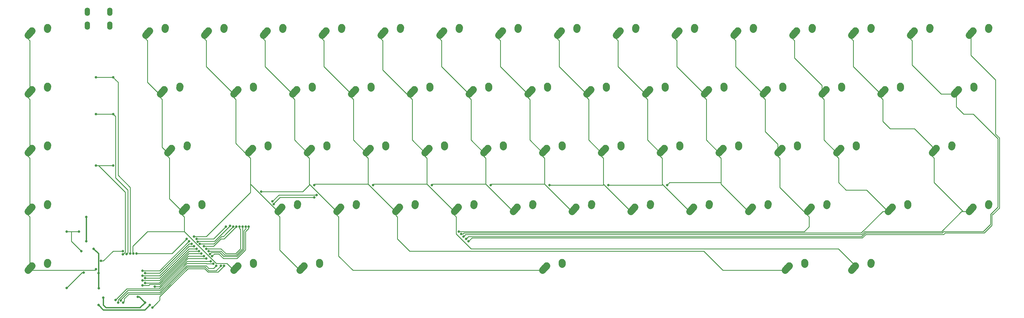
<source format=gtl>
G04 #@! TF.GenerationSoftware,KiCad,Pcbnew,(5.1.0)-1*
G04 #@! TF.CreationDate,2019-03-28T15:14:48-04:00*
G04 #@! TF.ProjectId,pcb-project,7063622d-7072-46f6-9a65-63742e6b6963,rev?*
G04 #@! TF.SameCoordinates,Original*
G04 #@! TF.FileFunction,Copper,L1,Top*
G04 #@! TF.FilePolarity,Positive*
%FSLAX46Y46*%
G04 Gerber Fmt 4.6, Leading zero omitted, Abs format (unit mm)*
G04 Created by KiCad (PCBNEW (5.1.0)-1) date 2019-03-28 15:14:48*
%MOMM*%
%LPD*%
G04 APERTURE LIST*
%ADD10C,2.250000*%
%ADD11C,2.250000*%
%ADD12O,1.700000X2.700000*%
%ADD13C,0.800000*%
%ADD14C,0.381000*%
%ADD15C,0.254000*%
G04 APERTURE END LIST*
D10*
X83482500Y-92047500D03*
D11*
X83462500Y-92337500D02*
X83502500Y-91757500D01*
D10*
X83502500Y-91757500D03*
X77807501Y-93567500D03*
D11*
X77152500Y-94297500D02*
X78462502Y-92837500D01*
D10*
X78462500Y-92837500D03*
X261818750Y-54737500D03*
X261163751Y-55467500D03*
D11*
X260508750Y-56197500D02*
X261818752Y-54737500D01*
D10*
X266858750Y-53657500D03*
X266838750Y-53947500D03*
D11*
X266818750Y-54237500D02*
X266858750Y-53657500D01*
D10*
X90368750Y-54737500D03*
X89713751Y-55467500D03*
D11*
X89058750Y-56197500D02*
X90368752Y-54737500D01*
D10*
X95408750Y-53657500D03*
X95388750Y-53947500D03*
D11*
X95368750Y-54237500D02*
X95408750Y-53657500D01*
D10*
X109418750Y-54737500D03*
X108763751Y-55467500D03*
D11*
X108108750Y-56197500D02*
X109418752Y-54737500D01*
D10*
X114458750Y-53657500D03*
X114438750Y-53947500D03*
D11*
X114418750Y-54237500D02*
X114458750Y-53657500D01*
D10*
X133488750Y-53947500D03*
D11*
X133468750Y-54237500D02*
X133508750Y-53657500D01*
D10*
X133508750Y-53657500D03*
X127813751Y-55467500D03*
D11*
X127158750Y-56197500D02*
X128468752Y-54737500D01*
D10*
X128468750Y-54737500D03*
X152538750Y-53947500D03*
D11*
X152518750Y-54237500D02*
X152558750Y-53657500D01*
D10*
X152558750Y-53657500D03*
X146863751Y-55467500D03*
D11*
X146208750Y-56197500D02*
X147518752Y-54737500D01*
D10*
X147518750Y-54737500D03*
X171588750Y-53947500D03*
D11*
X171568750Y-54237500D02*
X171608750Y-53657500D01*
D10*
X171608750Y-53657500D03*
X165913751Y-55467500D03*
D11*
X165258750Y-56197500D02*
X166568752Y-54737500D01*
D10*
X166568750Y-54737500D03*
X190638750Y-53947500D03*
D11*
X190618750Y-54237500D02*
X190658750Y-53657500D01*
D10*
X190658750Y-53657500D03*
X184963751Y-55467500D03*
D11*
X184308750Y-56197500D02*
X185618752Y-54737500D01*
D10*
X185618750Y-54737500D03*
X209688750Y-53947500D03*
D11*
X209668750Y-54237500D02*
X209708750Y-53657500D01*
D10*
X209708750Y-53657500D03*
X204013751Y-55467500D03*
D11*
X203358750Y-56197500D02*
X204668752Y-54737500D01*
D10*
X204668750Y-54737500D03*
X223718750Y-54737500D03*
X223063751Y-55467500D03*
D11*
X222408750Y-56197500D02*
X223718752Y-54737500D01*
D10*
X228758750Y-53657500D03*
X228738750Y-53947500D03*
D11*
X228718750Y-54237500D02*
X228758750Y-53657500D01*
D10*
X247788750Y-53947500D03*
D11*
X247768750Y-54237500D02*
X247808750Y-53657500D01*
D10*
X247808750Y-53657500D03*
X242113751Y-55467500D03*
D11*
X241458750Y-56197500D02*
X242768752Y-54737500D01*
D10*
X242768750Y-54737500D03*
X204926250Y-130147500D03*
D11*
X204906250Y-130437500D02*
X204946250Y-129857500D01*
D10*
X204946250Y-129857500D03*
X199251251Y-131667500D03*
D11*
X198596250Y-132397500D02*
X199906252Y-130937500D01*
D10*
X199906250Y-130937500D03*
X295413750Y-72997500D03*
D11*
X295393750Y-73287500D02*
X295433750Y-72707500D01*
D10*
X295433750Y-72707500D03*
X289738751Y-74517500D03*
D11*
X289083750Y-75247500D02*
X290393752Y-73787500D01*
D10*
X290393750Y-73787500D03*
X309443750Y-73787500D03*
X308788751Y-74517500D03*
D11*
X308133750Y-75247500D02*
X309443752Y-73787500D01*
D10*
X314483750Y-72707500D03*
X314463750Y-72997500D03*
D11*
X314443750Y-73287500D02*
X314483750Y-72707500D01*
D10*
X343038750Y-53947500D03*
D11*
X343018750Y-54237500D02*
X343058750Y-53657500D01*
D10*
X343058750Y-53657500D03*
X337363751Y-55467500D03*
D11*
X336708750Y-56197500D02*
X338018752Y-54737500D01*
D10*
X338018750Y-54737500D03*
X76338750Y-53947500D03*
D11*
X76318750Y-54237500D02*
X76358750Y-53657500D01*
D10*
X76358750Y-53657500D03*
X70663751Y-55467500D03*
D11*
X70008750Y-56197500D02*
X71318752Y-54737500D01*
D10*
X71318750Y-54737500D03*
X104656250Y-92837500D03*
X104001251Y-93567500D03*
D11*
X103346250Y-94297500D02*
X104656252Y-92837500D01*
D10*
X109696250Y-91757500D03*
X109676250Y-92047500D03*
D11*
X109656250Y-92337500D02*
X109696250Y-91757500D01*
D10*
X278487500Y-130937500D03*
X277832501Y-131667500D03*
D11*
X277177500Y-132397500D02*
X278487502Y-130937500D01*
D10*
X283527500Y-129857500D03*
X283507500Y-130147500D03*
D11*
X283487500Y-130437500D02*
X283527500Y-129857500D01*
D10*
X126345000Y-130147500D03*
D11*
X126325000Y-130437500D02*
X126365000Y-129857500D01*
D10*
X126365000Y-129857500D03*
X120670001Y-131667500D03*
D11*
X120015000Y-132397500D02*
X121325002Y-130937500D01*
D10*
X121325000Y-130937500D03*
X195401250Y-111097500D03*
D11*
X195381250Y-111387500D02*
X195421250Y-110807500D01*
D10*
X195421250Y-110807500D03*
X189726251Y-112617500D03*
D11*
X189071250Y-113347500D02*
X190381252Y-111887500D01*
D10*
X190381250Y-111887500D03*
X338276250Y-72997500D03*
D11*
X338256250Y-73287500D02*
X338296250Y-72707500D01*
D10*
X338296250Y-72707500D03*
X332601251Y-74517500D03*
D11*
X331946250Y-75247500D02*
X333256252Y-73787500D01*
D10*
X333256250Y-73787500D03*
X318968750Y-54737500D03*
X318313751Y-55467500D03*
D11*
X317658750Y-56197500D02*
X318968752Y-54737500D01*
D10*
X324008750Y-53657500D03*
X323988750Y-53947500D03*
D11*
X323968750Y-54237500D02*
X324008750Y-53657500D01*
D10*
X152281250Y-111887500D03*
X151626251Y-112617500D03*
D11*
X150971250Y-113347500D02*
X152281252Y-111887500D01*
D10*
X157321250Y-110807500D03*
X157301250Y-111097500D03*
D11*
X157281250Y-111387500D02*
X157321250Y-110807500D01*
D10*
X247531250Y-111887500D03*
X246876251Y-112617500D03*
D11*
X246221250Y-113347500D02*
X247531252Y-111887500D01*
D10*
X252571250Y-110807500D03*
X252551250Y-111097500D03*
D11*
X252531250Y-111387500D02*
X252571250Y-110807500D01*
D10*
X147776250Y-92047500D03*
D11*
X147756250Y-92337500D02*
X147796250Y-91757500D01*
D10*
X147796250Y-91757500D03*
X142101251Y-93567500D03*
D11*
X141446250Y-94297500D02*
X142756252Y-92837500D01*
D10*
X142756250Y-92837500D03*
X266581250Y-111887500D03*
X265926251Y-112617500D03*
D11*
X265271250Y-113347500D02*
X266581252Y-111887500D01*
D10*
X271621250Y-110807500D03*
X271601250Y-111097500D03*
D11*
X271581250Y-111387500D02*
X271621250Y-110807500D01*
D10*
X137993750Y-73787500D03*
X137338751Y-74517500D03*
D11*
X136683750Y-75247500D02*
X137993752Y-73787500D01*
D10*
X143033750Y-72707500D03*
X143013750Y-72997500D03*
D11*
X142993750Y-73287500D02*
X143033750Y-72707500D01*
D10*
X326112500Y-92837500D03*
X325457501Y-93567500D03*
D11*
X324802500Y-94297500D02*
X326112502Y-92837500D01*
D10*
X331152500Y-91757500D03*
X331132500Y-92047500D03*
D11*
X331112500Y-92337500D02*
X331152500Y-91757500D01*
D10*
X299918750Y-54737500D03*
X299263751Y-55467500D03*
D11*
X298608750Y-56197500D02*
X299918752Y-54737500D01*
D10*
X304958750Y-53657500D03*
X304938750Y-53947500D03*
D11*
X304918750Y-54237500D02*
X304958750Y-53657500D01*
D10*
X38238750Y-53947500D03*
D11*
X38218750Y-54237500D02*
X38258750Y-53657500D01*
D10*
X38258750Y-53657500D03*
X32563751Y-55467500D03*
D11*
X31908750Y-56197500D02*
X33218752Y-54737500D01*
D10*
X33218750Y-54737500D03*
X38238750Y-72997500D03*
D11*
X38218750Y-73287500D02*
X38258750Y-72707500D01*
D10*
X38258750Y-72707500D03*
X32563751Y-74517500D03*
D11*
X31908750Y-75247500D02*
X33218752Y-73787500D01*
D10*
X33218750Y-73787500D03*
X33218750Y-92837500D03*
X32563751Y-93567500D03*
D11*
X31908750Y-94297500D02*
X33218752Y-92837500D01*
D10*
X38258750Y-91757500D03*
X38238750Y-92047500D03*
D11*
X38218750Y-92337500D02*
X38258750Y-91757500D01*
D10*
X38238750Y-111097500D03*
D11*
X38218750Y-111387500D02*
X38258750Y-110807500D01*
D10*
X38258750Y-110807500D03*
X32563751Y-112617500D03*
D11*
X31908750Y-113347500D02*
X33218752Y-111887500D01*
D10*
X33218750Y-111887500D03*
X33218750Y-130937500D03*
X32563751Y-131667500D03*
D11*
X31908750Y-132397500D02*
X33218752Y-130937500D01*
D10*
X38258750Y-129857500D03*
X38238750Y-130147500D03*
D11*
X38218750Y-130437500D02*
X38258750Y-129857500D01*
D10*
X161806250Y-92837500D03*
X161151251Y-93567500D03*
D11*
X160496250Y-94297500D02*
X161806252Y-92837500D01*
D10*
X166846250Y-91757500D03*
X166826250Y-92047500D03*
D11*
X166806250Y-92337500D02*
X166846250Y-91757500D01*
D10*
X338018750Y-111887500D03*
X337363751Y-112617500D03*
D11*
X336708750Y-113347500D02*
X338018752Y-111887500D01*
D10*
X343058750Y-110807500D03*
X343038750Y-111097500D03*
D11*
X343018750Y-111387500D02*
X343058750Y-110807500D01*
D10*
X185876250Y-92047500D03*
D11*
X185856250Y-92337500D02*
X185896250Y-91757500D01*
D10*
X185896250Y-91757500D03*
X180201251Y-93567500D03*
D11*
X179546250Y-94297500D02*
X180856252Y-92837500D01*
D10*
X180856250Y-92837500D03*
X199906250Y-92837500D03*
X199251251Y-93567500D03*
D11*
X198596250Y-94297500D02*
X199906252Y-92837500D01*
D10*
X204946250Y-91757500D03*
X204926250Y-92047500D03*
D11*
X204906250Y-92337500D02*
X204946250Y-91757500D01*
D10*
X238263750Y-72997500D03*
D11*
X238243750Y-73287500D02*
X238283750Y-72707500D01*
D10*
X238283750Y-72707500D03*
X232588751Y-74517500D03*
D11*
X231933750Y-75247500D02*
X233243752Y-73787500D01*
D10*
X233243750Y-73787500D03*
X218956250Y-92837500D03*
X218301251Y-93567500D03*
D11*
X217646250Y-94297500D02*
X218956252Y-92837500D01*
D10*
X223996250Y-91757500D03*
X223976250Y-92047500D03*
D11*
X223956250Y-92337500D02*
X223996250Y-91757500D01*
D10*
X238006250Y-92837500D03*
X237351251Y-93567500D03*
D11*
X236696250Y-94297500D02*
X238006252Y-92837500D01*
D10*
X243046250Y-91757500D03*
X243026250Y-92047500D03*
D11*
X243006250Y-92337500D02*
X243046250Y-91757500D01*
D10*
X262076250Y-92047500D03*
D11*
X262056250Y-92337500D02*
X262096250Y-91757500D01*
D10*
X262096250Y-91757500D03*
X256401251Y-93567500D03*
D11*
X255746250Y-94297500D02*
X257056252Y-92837500D01*
D10*
X257056250Y-92837500D03*
X228481250Y-111887500D03*
X227826251Y-112617500D03*
D11*
X227171250Y-113347500D02*
X228481252Y-111887500D01*
D10*
X233521250Y-110807500D03*
X233501250Y-111097500D03*
D11*
X233481250Y-111387500D02*
X233521250Y-110807500D01*
D10*
X285888750Y-53947500D03*
D11*
X285868750Y-54237500D02*
X285908750Y-53657500D01*
D10*
X285908750Y-53657500D03*
X280213751Y-55467500D03*
D11*
X279558750Y-56197500D02*
X280868752Y-54737500D01*
D10*
X280868750Y-54737500D03*
X214451250Y-111097500D03*
D11*
X214431250Y-111387500D02*
X214471250Y-110807500D01*
D10*
X214471250Y-110807500D03*
X208776251Y-112617500D03*
D11*
X208121250Y-113347500D02*
X209431252Y-111887500D01*
D10*
X209431250Y-111887500D03*
X252293750Y-73787500D03*
X251638751Y-74517500D03*
D11*
X250983750Y-75247500D02*
X252293752Y-73787500D01*
D10*
X257333750Y-72707500D03*
X257313750Y-72997500D03*
D11*
X257293750Y-73287500D02*
X257333750Y-72707500D01*
D10*
X271343750Y-73787500D03*
X270688751Y-74517500D03*
D11*
X270033750Y-75247500D02*
X271343752Y-73787500D01*
D10*
X276383750Y-72707500D03*
X276363750Y-72997500D03*
D11*
X276343750Y-73287500D02*
X276383750Y-72707500D01*
D10*
X99893750Y-73787500D03*
X99238751Y-74517500D03*
D11*
X98583750Y-75247500D02*
X99893752Y-73787500D01*
D10*
X104933750Y-72707500D03*
X104913750Y-72997500D03*
D11*
X104893750Y-73287500D02*
X104933750Y-72707500D01*
D10*
X300176250Y-92047500D03*
D11*
X300156250Y-92337500D02*
X300196250Y-91757500D01*
D10*
X300196250Y-91757500D03*
X294501251Y-93567500D03*
D11*
X293846250Y-94297500D02*
X295156252Y-92837500D01*
D10*
X295156250Y-92837500D03*
X157043750Y-73787500D03*
X156388751Y-74517500D03*
D11*
X155733750Y-75247500D02*
X157043752Y-73787500D01*
D10*
X162083750Y-72707500D03*
X162063750Y-72997500D03*
D11*
X162043750Y-73287500D02*
X162083750Y-72707500D01*
D10*
X128726250Y-92047500D03*
D11*
X128706250Y-92337500D02*
X128746250Y-91757500D01*
D10*
X128746250Y-91757500D03*
X123051251Y-93567500D03*
D11*
X122396250Y-94297500D02*
X123706252Y-92837500D01*
D10*
X123706250Y-92837500D03*
X281126250Y-92047500D03*
D11*
X281106250Y-92337500D02*
X281146250Y-91757500D01*
D10*
X281146250Y-91757500D03*
X275451251Y-93567500D03*
D11*
X274796250Y-94297500D02*
X276106252Y-92837500D01*
D10*
X276106250Y-92837500D03*
X311825000Y-111887500D03*
X311170001Y-112617500D03*
D11*
X310515000Y-113347500D02*
X311825002Y-111887500D01*
D10*
X316865000Y-110807500D03*
X316845000Y-111097500D03*
D11*
X316825000Y-111387500D02*
X316865000Y-110807500D01*
D10*
X88245000Y-111097500D03*
D11*
X88225000Y-111387500D02*
X88265000Y-110807500D01*
D10*
X88265000Y-110807500D03*
X82570001Y-112617500D03*
D11*
X81915000Y-113347500D02*
X83225002Y-111887500D01*
D10*
X83225000Y-111887500D03*
X290651250Y-111097500D03*
D11*
X290631250Y-111387500D02*
X290671250Y-110807500D01*
D10*
X290671250Y-110807500D03*
X284976251Y-112617500D03*
D11*
X284321250Y-113347500D02*
X285631252Y-111887500D01*
D10*
X285631250Y-111887500D03*
X181113750Y-72997500D03*
D11*
X181093750Y-73287500D02*
X181133750Y-72707500D01*
D10*
X181133750Y-72707500D03*
X175438751Y-74517500D03*
D11*
X174783750Y-75247500D02*
X176093752Y-73787500D01*
D10*
X176093750Y-73787500D03*
X76081250Y-73787500D03*
X75426251Y-74517500D03*
D11*
X74771250Y-75247500D02*
X76081252Y-73787500D01*
D10*
X81121250Y-72707500D03*
X81101250Y-72997500D03*
D11*
X81081250Y-73287500D02*
X81121250Y-72707500D01*
D10*
X214193750Y-73787500D03*
X213538751Y-74517500D03*
D11*
X212883750Y-75247500D02*
X214193752Y-73787500D01*
D10*
X219233750Y-72707500D03*
X219213750Y-72997500D03*
D11*
X219193750Y-73287500D02*
X219233750Y-72707500D01*
D10*
X176351250Y-111097500D03*
D11*
X176331250Y-111387500D02*
X176371250Y-110807500D01*
D10*
X176371250Y-110807500D03*
X170676251Y-112617500D03*
D11*
X170021250Y-113347500D02*
X171331252Y-111887500D01*
D10*
X171331250Y-111887500D03*
X123963750Y-72997500D03*
D11*
X123943750Y-73287500D02*
X123983750Y-72707500D01*
D10*
X123983750Y-72707500D03*
X118288751Y-74517500D03*
D11*
X117633750Y-75247500D02*
X118943752Y-73787500D01*
D10*
X118943750Y-73787500D03*
X304938750Y-130147500D03*
D11*
X304918750Y-130437500D02*
X304958750Y-129857500D01*
D10*
X304958750Y-129857500D03*
X299263751Y-131667500D03*
D11*
X298608750Y-132397500D02*
X299918752Y-130937500D01*
D10*
X299918750Y-130937500D03*
X99893750Y-130937500D03*
X99238751Y-131667500D03*
D11*
X98583750Y-132397500D02*
X99893752Y-130937500D01*
D10*
X104933750Y-129857500D03*
X104913750Y-130147500D03*
D11*
X104893750Y-130437500D02*
X104933750Y-129857500D01*
D10*
X138251250Y-111097500D03*
D11*
X138231250Y-111387500D02*
X138271250Y-110807500D01*
D10*
X138271250Y-110807500D03*
X132576251Y-112617500D03*
D11*
X131921250Y-113347500D02*
X133231252Y-111887500D01*
D10*
X133231250Y-111887500D03*
X195143750Y-73787500D03*
X194488751Y-74517500D03*
D11*
X193833750Y-75247500D02*
X195143752Y-73787500D01*
D10*
X200183750Y-72707500D03*
X200163750Y-72997500D03*
D11*
X200143750Y-73287500D02*
X200183750Y-72707500D01*
D10*
X114181250Y-111887500D03*
X113526251Y-112617500D03*
D11*
X112871250Y-113347500D02*
X114181252Y-111887500D01*
D10*
X119221250Y-110807500D03*
X119201250Y-111097500D03*
D11*
X119181250Y-111387500D02*
X119221250Y-110807500D01*
D12*
X51150000Y-53080000D03*
X58450000Y-53080000D03*
X58450000Y-48580000D03*
X51150000Y-48580000D03*
D13*
X50800000Y-123031250D03*
X50800000Y-115093750D03*
X54768750Y-143645500D03*
X71414250Y-143645500D03*
X67468750Y-140993990D03*
X69850000Y-142855000D03*
X54768750Y-133350000D03*
X53181250Y-125412500D03*
X54871875Y-138215625D03*
X56356250Y-141287500D03*
X53975000Y-69850000D03*
X59531250Y-69850000D03*
X65087500Y-127000000D03*
X44450000Y-138112500D03*
X50006250Y-133124500D03*
X53975000Y-81756250D03*
X59531250Y-81756250D03*
X63858174Y-127158422D03*
X53975000Y-98425000D03*
X59531250Y-98425000D03*
X62692184Y-127220319D03*
X44450000Y-119856250D03*
X48418750Y-119856250D03*
X49212500Y-126206250D03*
X60325000Y-142081250D03*
X91164058Y-129498442D03*
X171450000Y-119856250D03*
X85725000Y-121443750D03*
X83343750Y-122237500D03*
X67087506Y-127000000D03*
X107432192Y-106880308D03*
X96043750Y-118268750D03*
X86518750Y-122237500D03*
X84137500Y-123031250D03*
X69056250Y-132556250D03*
X124618750Y-104775000D03*
X97375481Y-118012981D03*
X86888512Y-123166628D03*
X84931250Y-123825000D03*
X69850000Y-133350000D03*
X143668750Y-104775000D03*
X98425000Y-118268750D03*
X87595620Y-123873736D03*
X85725000Y-124618750D03*
X69056250Y-134143750D03*
X162718750Y-104775000D03*
X99439069Y-118282816D03*
X88900000Y-124618750D03*
X86518750Y-125412500D03*
X69850000Y-134937500D03*
X181768750Y-104775000D03*
X100438770Y-118258294D03*
X89693750Y-125412500D03*
X87312500Y-126206250D03*
X69056250Y-135731250D03*
X200818750Y-104775000D03*
X101438368Y-118286735D03*
X90487500Y-126206250D03*
X88106250Y-127000000D03*
X69850000Y-136525000D03*
X219868750Y-104775000D03*
X125453850Y-107991350D03*
X111125000Y-110082499D03*
X102438193Y-118267914D03*
X90857262Y-127135378D03*
X88900000Y-127793750D03*
X69056250Y-137318750D03*
X238918750Y-104775000D03*
X124660100Y-108785100D03*
X111542884Y-110991000D03*
X103438194Y-118269029D03*
X91564370Y-127842486D03*
X89693750Y-128587500D03*
X73025000Y-137706010D03*
X61118750Y-142875000D03*
X91957808Y-130292192D03*
X172243750Y-120650000D03*
X173037500Y-121443750D03*
X92868750Y-130968750D03*
X62029692Y-142198442D03*
X72231250Y-144462500D03*
X95456253Y-130968750D03*
X174625000Y-123031250D03*
X66087503Y-127000000D03*
X62736800Y-142905550D03*
X94456250Y-130968750D03*
X173831250Y-122237500D03*
X53978250Y-132056665D03*
X55562500Y-129381250D03*
X62706250Y-126206250D03*
D14*
X50800000Y-123031250D02*
X50800000Y-115887500D01*
X50800000Y-115887500D02*
X50800000Y-115093750D01*
X69815125Y-145244625D02*
X69826750Y-145233000D01*
X56367875Y-145244625D02*
X69815125Y-145244625D01*
X69826750Y-145233000D02*
X71414250Y-143645500D01*
X54768750Y-143645500D02*
X56367875Y-145244625D01*
X67468750Y-140993990D02*
X67988990Y-140993990D01*
X67988990Y-140993990D02*
X69850000Y-142855000D01*
X54768750Y-138112500D02*
X54871875Y-138215625D01*
X54768750Y-132556250D02*
X54768750Y-138112500D01*
X54768750Y-133350000D02*
X54768750Y-132556250D01*
X56356250Y-141287500D02*
X56356250Y-143668750D01*
X68242500Y-144462500D02*
X68252500Y-144452500D01*
X57150000Y-144462500D02*
X68242500Y-144462500D01*
X68252500Y-144452500D02*
X69850000Y-142855000D01*
X56356250Y-143668750D02*
X57150000Y-144462500D01*
X54768750Y-127000000D02*
X53181250Y-125412500D01*
X54768750Y-132556250D02*
X54768750Y-127000000D01*
D15*
X53975000Y-69850000D02*
X59531250Y-69850000D01*
X59531250Y-69850000D02*
X60325000Y-70643750D01*
X60325000Y-70643750D02*
X61118750Y-71437500D01*
X61118750Y-71437500D02*
X61118750Y-83343750D01*
X61118750Y-83343750D02*
X61118750Y-101600000D01*
X61118750Y-101600000D02*
X65087500Y-105568750D01*
X65087500Y-105568750D02*
X65087500Y-111918750D01*
X65087500Y-111918750D02*
X65087500Y-127000000D01*
X44450000Y-138112500D02*
X49438000Y-133124500D01*
X49438000Y-133124500D02*
X50006250Y-133124500D01*
X53975000Y-81756250D02*
X59531250Y-81756250D01*
X64258173Y-126758423D02*
X64258173Y-106398077D01*
X63858174Y-127158422D02*
X64258173Y-126758423D01*
X64258173Y-106398077D02*
X60325000Y-102464904D01*
X60325000Y-102464904D02*
X60325000Y-82550000D01*
X60325000Y-82550000D02*
X59531250Y-81756250D01*
X53975000Y-98425000D02*
X54768750Y-98425000D01*
X54768750Y-98425000D02*
X59531250Y-98425000D01*
X54768750Y-98425000D02*
X63433251Y-107089501D01*
X63433251Y-107089501D02*
X63433251Y-126555211D01*
X63433251Y-126555211D02*
X62768143Y-127220319D01*
X62768143Y-127220319D02*
X62692184Y-127220319D01*
X46037500Y-123031250D02*
X49212500Y-126206250D01*
X46037500Y-119856250D02*
X46037500Y-123031250D01*
X46037500Y-119856250D02*
X48418750Y-119856250D01*
X44450000Y-119856250D02*
X46037500Y-119856250D01*
X260508750Y-56197500D02*
X260508750Y-57308750D01*
X260508750Y-57308750D02*
X261143750Y-57943750D01*
X261143750Y-66357500D02*
X270033750Y-75247500D01*
X261143750Y-57943750D02*
X261143750Y-66357500D01*
X270033750Y-75247500D02*
X270033750Y-76358750D01*
X270033750Y-76358750D02*
X270668750Y-76993750D01*
X274796250Y-91527500D02*
X274796250Y-94297500D01*
X270668750Y-87400000D02*
X274796250Y-91527500D01*
X270668750Y-76993750D02*
X270668750Y-87400000D01*
X283210000Y-113347500D02*
X284321250Y-113347500D01*
X275431250Y-105568750D02*
X283210000Y-113347500D01*
X275431250Y-96043750D02*
X275431250Y-105568750D01*
X274796250Y-94297500D02*
X274796250Y-95408750D01*
X274796250Y-95408750D02*
X275431250Y-96043750D01*
X60325000Y-142081250D02*
X63973239Y-138433011D01*
X85607808Y-129498442D02*
X91164058Y-129498442D01*
X84254692Y-129498442D02*
X85607808Y-129498442D01*
X74479004Y-138433011D02*
X74291989Y-138433011D01*
X83413573Y-129498442D02*
X74479004Y-138433011D01*
X85607808Y-129498442D02*
X83413573Y-129498442D01*
X63973239Y-138433011D02*
X74291989Y-138433011D01*
X284321250Y-113347500D02*
X284321250Y-114458750D01*
X284321250Y-114458750D02*
X284956250Y-115093750D01*
X284956250Y-115093750D02*
X284956250Y-118268750D01*
X284956250Y-118268750D02*
X283368750Y-119856250D01*
X283368750Y-119856250D02*
X267493750Y-119856250D01*
X267493750Y-119856250D02*
X171450000Y-119856250D01*
X89058750Y-56197500D02*
X89058750Y-57308750D01*
X89058750Y-57308750D02*
X89693750Y-57943750D01*
X89693750Y-66357500D02*
X98583750Y-75247500D01*
X89693750Y-57943750D02*
X89693750Y-66357500D01*
X98583750Y-75247500D02*
X98583750Y-76358750D01*
X98583750Y-76358750D02*
X99218750Y-76993750D01*
X99218750Y-76993750D02*
X99218750Y-91281250D01*
X102235000Y-94297500D02*
X103346250Y-94297500D01*
X99218750Y-91281250D02*
X102235000Y-94297500D01*
X103346250Y-94297500D02*
X103346250Y-95408750D01*
X103346250Y-95408750D02*
X103981250Y-96043750D01*
X103981250Y-104457500D02*
X112871250Y-113347500D01*
X103981250Y-96043750D02*
X103981250Y-104457500D01*
X112871250Y-113347500D02*
X112871250Y-114458750D01*
X112871250Y-114458750D02*
X113506250Y-115093750D01*
X113506250Y-125888750D02*
X120015000Y-132397500D01*
X113506250Y-115093750D02*
X113506250Y-125888750D01*
X103981250Y-104457500D02*
X103981250Y-107156250D01*
X103981250Y-107156250D02*
X89693750Y-121443750D01*
X89693750Y-121443750D02*
X85725000Y-121443750D01*
X83343750Y-122237500D02*
X79375000Y-126206250D01*
X79375000Y-126206250D02*
X78581250Y-127000000D01*
X78581250Y-127000000D02*
X67087506Y-127000000D01*
X108108750Y-56197500D02*
X108108750Y-57308750D01*
X108108750Y-57308750D02*
X108743750Y-57943750D01*
X108743750Y-66357500D02*
X117633750Y-75247500D01*
X108743750Y-57943750D02*
X108743750Y-66357500D01*
X117633750Y-75247500D02*
X117633750Y-76358750D01*
X117633750Y-76358750D02*
X118268750Y-76993750D01*
X118268750Y-90170000D02*
X122396250Y-94297500D01*
X118268750Y-76993750D02*
X118268750Y-90170000D01*
X122396250Y-94297500D02*
X122396250Y-95408750D01*
X122396250Y-95408750D02*
X123031250Y-96043750D01*
X123031250Y-104457500D02*
X131921250Y-113347500D01*
X131921250Y-113347500D02*
X131921250Y-114458750D01*
X131921250Y-114458750D02*
X132556250Y-115093750D01*
X132556250Y-115093750D02*
X132556250Y-127793750D01*
X137160000Y-132397500D02*
X198596250Y-132397500D01*
X132556250Y-127793750D02*
X137160000Y-132397500D01*
X123031250Y-103981250D02*
X123031250Y-104775000D01*
X123031250Y-103981250D02*
X123031250Y-104457500D01*
X123031250Y-96043750D02*
X123031250Y-103981250D01*
X123031250Y-104775000D02*
X120925942Y-106880308D01*
X120925942Y-106880308D02*
X107432192Y-106880308D01*
X96043750Y-118268750D02*
X92075000Y-122237500D01*
X92075000Y-122237500D02*
X86518750Y-122237500D01*
X84137500Y-123031250D02*
X74612500Y-132556250D01*
X74612500Y-132556250D02*
X69056250Y-132556250D01*
X127158750Y-56197500D02*
X127158750Y-57308750D01*
X127158750Y-57308750D02*
X127793750Y-57943750D01*
X127793750Y-66357500D02*
X136683750Y-75247500D01*
X127793750Y-57943750D02*
X127793750Y-66357500D01*
X136683750Y-75247500D02*
X136683750Y-76358750D01*
X136683750Y-76358750D02*
X137318750Y-76993750D01*
X137318750Y-90170000D02*
X141446250Y-94297500D01*
X137318750Y-76993750D02*
X137318750Y-90170000D01*
X141446250Y-94297500D02*
X141446250Y-95408750D01*
X141446250Y-95408750D02*
X142081250Y-96043750D01*
X142081250Y-104457500D02*
X150971250Y-113347500D01*
X142081250Y-96043750D02*
X142081250Y-104457500D01*
X150971250Y-113197500D02*
X150971250Y-113347500D01*
X150971250Y-114458750D02*
X150971250Y-113197500D01*
X257016250Y-132397500D02*
X277177500Y-132397500D01*
X150971250Y-113347500D02*
X151190349Y-113566599D01*
X151190349Y-113566599D02*
X151190349Y-114677849D01*
X151190349Y-114677849D02*
X151606250Y-115093750D01*
X151606250Y-115093750D02*
X151606250Y-122237500D01*
X151606250Y-122237500D02*
X155575000Y-126206250D01*
X155575000Y-126206250D02*
X183356250Y-126206250D01*
X183356250Y-126206250D02*
X250825000Y-126206250D01*
X250825000Y-126206250D02*
X257016250Y-132397500D01*
X142081250Y-104457500D02*
X124936250Y-104457500D01*
X124936250Y-104457500D02*
X124618750Y-104775000D01*
X97375481Y-118012981D02*
X92357212Y-123031250D01*
X92357212Y-123031250D02*
X87023890Y-123031250D01*
X87023890Y-123031250D02*
X86888512Y-123166628D01*
X84931250Y-123825000D02*
X84137500Y-123825000D01*
X84137500Y-123825000D02*
X74612500Y-133350000D01*
X74612500Y-133350000D02*
X69850000Y-133350000D01*
X154622500Y-75247500D02*
X155733750Y-75247500D01*
X146843750Y-67468750D02*
X154622500Y-75247500D01*
X146843750Y-57943750D02*
X146843750Y-67468750D01*
X146208750Y-56197500D02*
X146208750Y-57308750D01*
X146208750Y-57308750D02*
X146843750Y-57943750D01*
X155733750Y-75247500D02*
X155733750Y-76358750D01*
X155733750Y-76358750D02*
X156368750Y-76993750D01*
X156368750Y-90170000D02*
X160496250Y-94297500D01*
X156368750Y-76993750D02*
X156368750Y-90170000D01*
X160496250Y-94297500D02*
X160496250Y-95408750D01*
X160496250Y-95408750D02*
X161131250Y-96043750D01*
X161131250Y-104457500D02*
X170021250Y-113347500D01*
X161131250Y-96043750D02*
X161131250Y-104457500D01*
X294393750Y-125412500D02*
X299918750Y-130937500D01*
X175418750Y-125412500D02*
X294393750Y-125412500D01*
X170656250Y-120650000D02*
X175418750Y-125412500D01*
X170656250Y-115093750D02*
X170656250Y-120650000D01*
X170021250Y-113347500D02*
X170021250Y-114458750D01*
X170021250Y-114458750D02*
X170656250Y-115093750D01*
X161131250Y-104457500D02*
X143986250Y-104457500D01*
X143986250Y-104457500D02*
X143668750Y-104775000D01*
X98425000Y-118268750D02*
X96043750Y-120650000D01*
X95250000Y-121443750D02*
X94586778Y-121443750D01*
X96043750Y-120650000D02*
X95250000Y-121443750D01*
X94586778Y-121443750D02*
X92156792Y-123873736D01*
X92156792Y-123873736D02*
X87595620Y-123873736D01*
X85725000Y-124618750D02*
X84137500Y-124618750D01*
X84137500Y-124618750D02*
X76200000Y-132556250D01*
X76200000Y-132556250D02*
X74612500Y-134143750D01*
X74612500Y-134143750D02*
X69056250Y-134143750D01*
X165258750Y-56197500D02*
X165258750Y-57308750D01*
X165258750Y-57308750D02*
X165893750Y-57943750D01*
X165893750Y-66357500D02*
X174783750Y-75247500D01*
X165893750Y-57943750D02*
X165893750Y-66357500D01*
X174783750Y-75247500D02*
X174783750Y-76358750D01*
X174783750Y-76358750D02*
X175418750Y-76993750D01*
X175418750Y-90170000D02*
X179546250Y-94297500D01*
X175418750Y-76993750D02*
X175418750Y-90170000D01*
X179546250Y-94297500D02*
X179546250Y-95408750D01*
X179546250Y-95408750D02*
X180181250Y-96043750D01*
X180181250Y-104457500D02*
X189071250Y-113347500D01*
X180181250Y-96043750D02*
X180181250Y-104457500D01*
X180181250Y-104457500D02*
X163036250Y-104457500D01*
X163036250Y-104457500D02*
X162718750Y-104775000D01*
X99439069Y-118282816D02*
X95484385Y-122237500D01*
X95484385Y-122237500D02*
X94456250Y-122237500D01*
X94456250Y-122237500D02*
X92075000Y-124618750D01*
X92075000Y-124618750D02*
X88900000Y-124618750D01*
X86518750Y-125412500D02*
X84137500Y-125412500D01*
X84137500Y-125412500D02*
X74612500Y-134937500D01*
X74612500Y-134937500D02*
X69850000Y-134937500D01*
X184308750Y-56197500D02*
X184308750Y-57308750D01*
X184308750Y-57308750D02*
X184943750Y-57943750D01*
X184943750Y-66357500D02*
X193833750Y-75247500D01*
X184943750Y-57943750D02*
X184943750Y-66357500D01*
X193833750Y-75247500D02*
X193833750Y-76358750D01*
X193833750Y-76358750D02*
X194468750Y-76993750D01*
X194468750Y-90170000D02*
X198596250Y-94297500D01*
X194468750Y-76993750D02*
X194468750Y-90170000D01*
X198596250Y-94297500D02*
X198596250Y-95408750D01*
X198596250Y-95408750D02*
X199231250Y-96043750D01*
X199231250Y-104457500D02*
X208121250Y-113347500D01*
X199231250Y-96043750D02*
X199231250Y-104457500D01*
X199231250Y-104457500D02*
X182086250Y-104457500D01*
X182086250Y-104457500D02*
X181768750Y-104775000D01*
X100438770Y-118823979D02*
X100806250Y-119191459D01*
X100438770Y-118258294D02*
X100438770Y-118823979D01*
X100806250Y-119191459D02*
X100806250Y-125412500D01*
X100806250Y-125412500D02*
X99218750Y-127000000D01*
X99218750Y-127000000D02*
X96043750Y-127000000D01*
X96043750Y-127000000D02*
X94456250Y-125412500D01*
X94456250Y-125412500D02*
X89693750Y-125412500D01*
X87312500Y-126206250D02*
X84137500Y-126206250D01*
X84137500Y-126206250D02*
X74612500Y-135731250D01*
X74612500Y-135731250D02*
X69056250Y-135731250D01*
X203358750Y-56197500D02*
X203358750Y-57308750D01*
X203358750Y-57308750D02*
X203993750Y-57943750D01*
X203993750Y-66357500D02*
X212883750Y-75247500D01*
X203993750Y-57943750D02*
X203993750Y-66357500D01*
X212883750Y-75247500D02*
X212883750Y-76358750D01*
X212883750Y-76358750D02*
X213518750Y-76993750D01*
X213518750Y-90170000D02*
X217646250Y-94297500D01*
X213518750Y-76993750D02*
X213518750Y-90170000D01*
X217646250Y-94297500D02*
X217646250Y-95408750D01*
X217646250Y-95408750D02*
X218281250Y-96043750D01*
X218281250Y-104457500D02*
X227171250Y-113347500D01*
X218281250Y-103981250D02*
X218281250Y-104775000D01*
X218281250Y-103981250D02*
X218281250Y-104457500D01*
X218281250Y-96043750D02*
X218281250Y-103981250D01*
X218281250Y-104775000D02*
X200818750Y-104775000D01*
X101438368Y-125422449D02*
X99406807Y-127454010D01*
X101438368Y-118286735D02*
X101438368Y-125422449D01*
X99406807Y-127454010D02*
X95722717Y-127454010D01*
X95722717Y-127454010D02*
X94474957Y-126206250D01*
X94474957Y-126206250D02*
X90487500Y-126206250D01*
X88106250Y-127000000D02*
X83985816Y-127000000D01*
X83985816Y-127000000D02*
X74933533Y-136052283D01*
X74933533Y-136052283D02*
X74460816Y-136525000D01*
X74460816Y-136525000D02*
X69850000Y-136525000D01*
X222408750Y-56197500D02*
X222408750Y-57308750D01*
X222408750Y-57308750D02*
X223043750Y-57943750D01*
X223043750Y-66357500D02*
X231933750Y-75247500D01*
X223043750Y-57943750D02*
X223043750Y-66357500D01*
X231933750Y-75247500D02*
X231933750Y-76358750D01*
X231933750Y-76358750D02*
X232568750Y-76993750D01*
X232568750Y-90170000D02*
X236696250Y-94297500D01*
X232568750Y-76993750D02*
X232568750Y-90170000D01*
X236696250Y-94297500D02*
X236696250Y-95408750D01*
X236696250Y-95408750D02*
X237331250Y-96043750D01*
X237331250Y-104457500D02*
X246221250Y-113347500D01*
X237331250Y-103981250D02*
X237331250Y-104775000D01*
X237331250Y-103981250D02*
X237331250Y-104457500D01*
X237331250Y-96043750D02*
X237331250Y-103981250D01*
X237331250Y-104775000D02*
X219868750Y-104775000D01*
X125453850Y-107991350D02*
X113216149Y-107991350D01*
X113216149Y-107991350D02*
X111125000Y-110082499D01*
X102438193Y-118267914D02*
X102438193Y-119018057D01*
X102438193Y-119018057D02*
X102393750Y-119062500D01*
X102393750Y-119062500D02*
X101892378Y-119563872D01*
X101892378Y-119563872D02*
X101892378Y-125412500D01*
X101892378Y-125412500D02*
X101892377Y-125610506D01*
X101892377Y-125610506D02*
X99594864Y-127908020D01*
X99594864Y-127908020D02*
X96043750Y-127908020D01*
X96043750Y-127908020D02*
X95364270Y-127908020D01*
X95364270Y-127908020D02*
X94456250Y-127000000D01*
X94456250Y-127000000D02*
X94116510Y-126660260D01*
X94116510Y-126660260D02*
X91332380Y-126660260D01*
X91332380Y-126660260D02*
X90857262Y-127135378D01*
X88900000Y-127793750D02*
X84137500Y-127793750D01*
X84137500Y-127793750D02*
X83834132Y-127793750D01*
X83834132Y-127793750D02*
X74648873Y-136979010D01*
X74648873Y-136979010D02*
X71437500Y-136979010D01*
X71437500Y-136979010D02*
X71097760Y-137318750D01*
X71097760Y-137318750D02*
X69056250Y-137318750D01*
X241458750Y-56197500D02*
X241458750Y-57308750D01*
X241458750Y-57308750D02*
X242093750Y-57943750D01*
X242093750Y-66357500D02*
X250983750Y-75247500D01*
X242093750Y-57943750D02*
X242093750Y-66357500D01*
X250983750Y-75247500D02*
X250983750Y-76358750D01*
X250983750Y-76358750D02*
X251618750Y-76993750D01*
X251618750Y-90170000D02*
X255746250Y-94297500D01*
X251618750Y-76993750D02*
X251618750Y-90170000D01*
X256381250Y-104457500D02*
X265271250Y-113347500D01*
X255746250Y-94297500D02*
X255746250Y-95408750D01*
X255746250Y-95408750D02*
X256381250Y-96043750D01*
X239712500Y-103981250D02*
X238918750Y-104775000D01*
X256381250Y-103981250D02*
X239712500Y-103981250D01*
X256381250Y-103981250D02*
X256381250Y-104457500D01*
X256381250Y-96043750D02*
X256381250Y-103981250D01*
X124660100Y-108785100D02*
X113547600Y-108785100D01*
X113547600Y-108785100D02*
X111542884Y-110789816D01*
X111542884Y-110789816D02*
X111542884Y-110991000D01*
X103438194Y-118834714D02*
X102416658Y-119856250D01*
X103438194Y-118269029D02*
X103438194Y-118834714D01*
X102416658Y-125728291D02*
X102281579Y-125863370D01*
X102416658Y-119856250D02*
X102416658Y-125728291D01*
X102281579Y-125863370D02*
X99557449Y-128587500D01*
X99557449Y-128587500D02*
X95250000Y-128587500D01*
X95250000Y-128587500D02*
X93776770Y-127114270D01*
X93776770Y-127114270D02*
X92292586Y-127114270D01*
X92292586Y-127114270D02*
X91564370Y-127842486D01*
X89693750Y-128587500D02*
X84137500Y-128587500D01*
X84137500Y-128587500D02*
X83682449Y-128587500D01*
X83682449Y-128587500D02*
X75575600Y-136694349D01*
X75575600Y-136694349D02*
X74836930Y-137433020D01*
X74836930Y-137433020D02*
X74563940Y-137706010D01*
X74563940Y-137706010D02*
X73025000Y-137706010D01*
X279558750Y-56197500D02*
X279558750Y-57308750D01*
X279558750Y-57308750D02*
X280193750Y-57943750D01*
X289083750Y-72477500D02*
X289083750Y-75247500D01*
X280193750Y-63587500D02*
X289083750Y-72477500D01*
X280193750Y-57943750D02*
X280193750Y-63587500D01*
X289083750Y-75247500D02*
X289083750Y-76358750D01*
X289083750Y-76358750D02*
X289718750Y-76993750D01*
X289718750Y-90170000D02*
X293846250Y-94297500D01*
X289718750Y-76993750D02*
X289718750Y-90170000D01*
X303530000Y-106362500D02*
X310515000Y-113347500D01*
X296862500Y-106362500D02*
X303530000Y-106362500D01*
X294481250Y-103981250D02*
X296862500Y-106362500D01*
X294481250Y-96043750D02*
X294481250Y-103981250D01*
X293846250Y-94297500D02*
X293846250Y-95408750D01*
X293846250Y-95408750D02*
X294481250Y-96043750D01*
X61118750Y-142875000D02*
X61118750Y-142081250D01*
X61118750Y-142081250D02*
X64293750Y-138906250D01*
X64293750Y-138906250D02*
X74612500Y-138906250D01*
X74647831Y-138906250D02*
X74667061Y-138887020D01*
X74612500Y-138906250D02*
X74647831Y-138906250D01*
X74667061Y-138887020D02*
X83361416Y-130192665D01*
X83361416Y-130192665D02*
X83379081Y-130175000D01*
X83379081Y-130175000D02*
X89693750Y-130175000D01*
X89693750Y-130175000D02*
X89810942Y-130292192D01*
X89810942Y-130292192D02*
X91957808Y-130292192D01*
X308774010Y-113347500D02*
X310515000Y-113347500D01*
X301811250Y-120310260D02*
X308774010Y-113347500D01*
X173149175Y-120310260D02*
X301811250Y-120310260D01*
X172809435Y-120650000D02*
X173149175Y-120310260D01*
X172243750Y-120650000D02*
X172809435Y-120650000D01*
X299243750Y-66357500D02*
X308133750Y-75247500D01*
X299243750Y-57943750D02*
X299243750Y-66357500D01*
X298608750Y-56197500D02*
X298608750Y-57308750D01*
X298608750Y-57308750D02*
X299243750Y-57943750D01*
X324802500Y-92233750D02*
X324802500Y-94297500D01*
X308133750Y-75247500D02*
X308133750Y-76358750D01*
X308768750Y-76993750D02*
X308768750Y-84137500D01*
X308768750Y-84137500D02*
X311150000Y-86518750D01*
X311150000Y-86518750D02*
X319087500Y-86518750D01*
X308133750Y-76358750D02*
X308768750Y-76993750D01*
X319087500Y-86518750D02*
X324802500Y-92233750D01*
X324802500Y-94297500D02*
X324802500Y-95408750D01*
X324802500Y-95408750D02*
X325437500Y-96043750D01*
X325437500Y-96043750D02*
X325437500Y-103981250D01*
X334803750Y-113347500D02*
X336708750Y-113347500D01*
X325437500Y-103981250D02*
X334803750Y-113347500D01*
X336708750Y-113347500D02*
X334327500Y-113347500D01*
X334327500Y-113347500D02*
X327818750Y-119856250D01*
X327818750Y-119856250D02*
X303212500Y-119856250D01*
X302907326Y-119856250D02*
X301999307Y-120764270D01*
X303212500Y-119856250D02*
X302907326Y-119856250D01*
X301999307Y-120764270D02*
X280193750Y-120764270D01*
X280193750Y-120764270D02*
X242887500Y-120764270D01*
X242887500Y-120764270D02*
X215900000Y-120764270D01*
X215900000Y-120764270D02*
X186531250Y-120764270D01*
X186531250Y-120764270D02*
X173716980Y-120764270D01*
X173716980Y-120764270D02*
X173037500Y-121443750D01*
X62029692Y-141964058D02*
X62029692Y-142198442D01*
X64293750Y-139700000D02*
X62029692Y-141964058D01*
X92075000Y-131762500D02*
X90487500Y-131762500D01*
X92868750Y-130968750D02*
X92075000Y-131762500D01*
X89693750Y-130968750D02*
X83343750Y-130968750D01*
X83343750Y-130968750D02*
X74612500Y-139700000D01*
X90487500Y-131762500D02*
X89693750Y-130968750D01*
X74612500Y-139700000D02*
X64293750Y-139700000D01*
X72231250Y-144462500D02*
X73818750Y-142875000D01*
X73818750Y-142875000D02*
X74612500Y-142081250D01*
X74612500Y-140984132D02*
X76690382Y-138906250D01*
X74612500Y-142081250D02*
X74612500Y-140984132D01*
X76690382Y-138906250D02*
X77768792Y-137827840D01*
X83719862Y-131876770D02*
X83761386Y-131876770D01*
X77768792Y-137827840D02*
X83719862Y-131876770D01*
X83761386Y-131876770D02*
X88900000Y-131876770D01*
X88900000Y-131876770D02*
X89165954Y-131876770D01*
X90299443Y-133010260D02*
X93208490Y-133010260D01*
X89165954Y-131876770D02*
X90299443Y-133010260D01*
X95456253Y-131044709D02*
X95456253Y-130968750D01*
X93208490Y-133010260D02*
X93490702Y-133010260D01*
X93490702Y-133010260D02*
X95456253Y-131044709D01*
X174625000Y-123031250D02*
X175758492Y-121897758D01*
X302149951Y-121897758D02*
X196395992Y-121897758D01*
X328498230Y-120764270D02*
X303283439Y-120764270D01*
X345281250Y-70643750D02*
X345281250Y-88257934D01*
X337343750Y-57150000D02*
X337343750Y-62706250D01*
X336708750Y-56197500D02*
X336708750Y-56515000D01*
X336708750Y-56515000D02*
X337343750Y-57150000D01*
X175758492Y-121897758D02*
X179727242Y-121897758D01*
X328952241Y-120310259D02*
X328498230Y-120764270D01*
X196395992Y-121897758D02*
X179727242Y-121897758D01*
X337343750Y-62706250D02*
X345281250Y-70643750D01*
X179727242Y-121897758D02*
X179841508Y-121897758D01*
X341652241Y-120310259D02*
X328952241Y-120310259D01*
X345281250Y-88257934D02*
X346529009Y-89505693D01*
X346529009Y-89505693D02*
X346529009Y-112258491D01*
X346529009Y-112258491D02*
X344487500Y-114300000D01*
X344487500Y-114300000D02*
X344335816Y-114300000D01*
X303283439Y-120764270D02*
X302149951Y-121897758D01*
X344335816Y-114300000D02*
X344147760Y-114488056D01*
X344147760Y-114488056D02*
X344147760Y-117814740D01*
X344147760Y-117814740D02*
X341652241Y-120310259D01*
X74453750Y-75247500D02*
X74771250Y-75247500D01*
X70643750Y-71437500D02*
X74453750Y-75247500D01*
X70643750Y-57943750D02*
X70643750Y-71437500D01*
X70008750Y-56197500D02*
X70008750Y-57308750D01*
X70008750Y-57308750D02*
X70643750Y-57943750D01*
X74771250Y-75247500D02*
X74771250Y-76358750D01*
X74771250Y-76358750D02*
X75406250Y-76993750D01*
X75406250Y-92551250D02*
X77152500Y-94297500D01*
X75406250Y-92075000D02*
X75406250Y-92551250D01*
X75406250Y-76993750D02*
X75406250Y-92075000D01*
X77152500Y-94297500D02*
X77152500Y-95408750D01*
X77152500Y-95408750D02*
X77787500Y-96043750D01*
X77787500Y-109220000D02*
X81915000Y-113347500D01*
X77787500Y-96043750D02*
X77787500Y-109220000D01*
X81915000Y-113347500D02*
X81915000Y-114458750D01*
X81915000Y-114458750D02*
X82550000Y-115093750D01*
X82550000Y-115093750D02*
X82550000Y-119856250D01*
X82550000Y-119856250D02*
X92868750Y-130175000D01*
X96361250Y-130175000D02*
X98583750Y-132397500D01*
X92868750Y-130175000D02*
X96361250Y-130175000D01*
X82550000Y-119856250D02*
X70643750Y-119856250D01*
X70643750Y-119856250D02*
X65881250Y-124618750D01*
X65881250Y-124618750D02*
X65881250Y-126793747D01*
X65881250Y-126793747D02*
X66087503Y-127000000D01*
X327660000Y-75247500D02*
X331946250Y-75247500D01*
X318293750Y-65881250D02*
X327660000Y-75247500D01*
X318293750Y-57943750D02*
X318293750Y-65881250D01*
X317658750Y-56197500D02*
X317658750Y-57308750D01*
X317658750Y-57308750D02*
X318293750Y-57943750D01*
X63136799Y-142505551D02*
X63136799Y-141650701D01*
X62736800Y-142905550D02*
X63136799Y-142505551D01*
X63136799Y-141650701D02*
X64633490Y-140154010D01*
X64633490Y-140154010D02*
X69056250Y-140154010D01*
X74800557Y-140154010D02*
X75066510Y-139888057D01*
X69056250Y-140154010D02*
X74800557Y-140154010D01*
X75066510Y-139888057D02*
X77314783Y-137639783D01*
X77314783Y-137639783D02*
X83531806Y-131422760D01*
X83531806Y-131422760D02*
X83949443Y-131422760D01*
X83949443Y-131422760D02*
X89354010Y-131422760D01*
X89354010Y-131422760D02*
X90487500Y-132556250D01*
X90487500Y-132556250D02*
X92868750Y-132556250D01*
X92868750Y-132556250D02*
X94456250Y-130968750D01*
X332581250Y-75882500D02*
X331946250Y-75247500D01*
X338137500Y-81756250D02*
X334962500Y-81756250D01*
X346075000Y-89693750D02*
X338137500Y-81756250D01*
X343693750Y-114300000D02*
X346075000Y-111918750D01*
X343693750Y-117475000D02*
X343693750Y-114300000D01*
X341312500Y-119856250D02*
X343693750Y-117475000D01*
X174625000Y-121443750D02*
X301961894Y-121443749D01*
X332581250Y-79375000D02*
X332581250Y-75882500D01*
X173831250Y-122237500D02*
X174625000Y-121443750D01*
X301961894Y-121443749D02*
X303095382Y-120310260D01*
X303095382Y-120310260D02*
X328006807Y-120310260D01*
X346075000Y-111918750D02*
X346075000Y-89693750D01*
X328006807Y-120310260D02*
X328460817Y-119856250D01*
X334962500Y-81756250D02*
X332581250Y-79375000D01*
X328460817Y-119856250D02*
X341312500Y-119856250D01*
X32543750Y-73112500D02*
X33218750Y-73787500D01*
X32543750Y-57943750D02*
X32543750Y-73112500D01*
X31908750Y-56197500D02*
X31908750Y-57308750D01*
X31908750Y-57308750D02*
X32543750Y-57943750D01*
X32543750Y-92162500D02*
X33218750Y-92837500D01*
X32543750Y-76993750D02*
X32543750Y-92162500D01*
X31908750Y-75247500D02*
X31908750Y-76358750D01*
X31908750Y-76358750D02*
X32543750Y-76993750D01*
X32543750Y-111212500D02*
X33218750Y-111887500D01*
X32543750Y-96043750D02*
X32543750Y-111212500D01*
X31908750Y-94297500D02*
X31908750Y-95408750D01*
X31908750Y-95408750D02*
X32543750Y-96043750D01*
X32543750Y-131762500D02*
X31908750Y-132397500D01*
X32543750Y-115093750D02*
X32543750Y-131762500D01*
X31908750Y-113347500D02*
X31908750Y-114458750D01*
X31908750Y-114458750D02*
X32543750Y-115093750D01*
X31908750Y-132397500D02*
X53637415Y-132397500D01*
X53637415Y-132397500D02*
X53978250Y-132056665D01*
X55562500Y-129381250D02*
X56356250Y-129381250D01*
X56356250Y-129381250D02*
X59531250Y-126206250D01*
X59531250Y-126206250D02*
X62706250Y-126206250D01*
M02*

</source>
